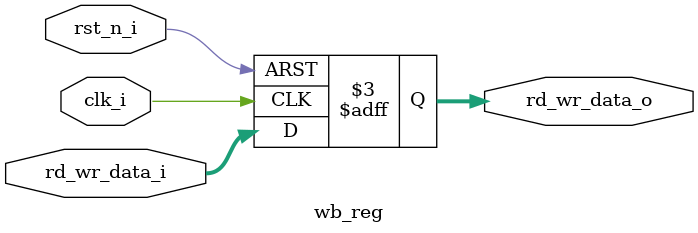
<source format=sv>
/*
 * wb_reg.sv
 *
 *  Created on: 2021-08-03 10:30
 *      Author: Jack Chen <redchenjs@live.com>
 */

module wb_reg #(
    parameter XLEN = 32
) (
    input logic clk_i,
    input logic rst_n_i,

    input logic [XLEN-1:0] rd_wr_data_i,

    output logic [XLEN-1:0] rd_wr_data_o
);

always_ff @(posedge clk_i or negedge rst_n_i)
begin
    if (!rst_n_i) begin
        rd_wr_data_o <= {XLEN{1'b0}};
    end else begin
        rd_wr_data_o <= rd_wr_data_i;
    end
end

endmodule

</source>
